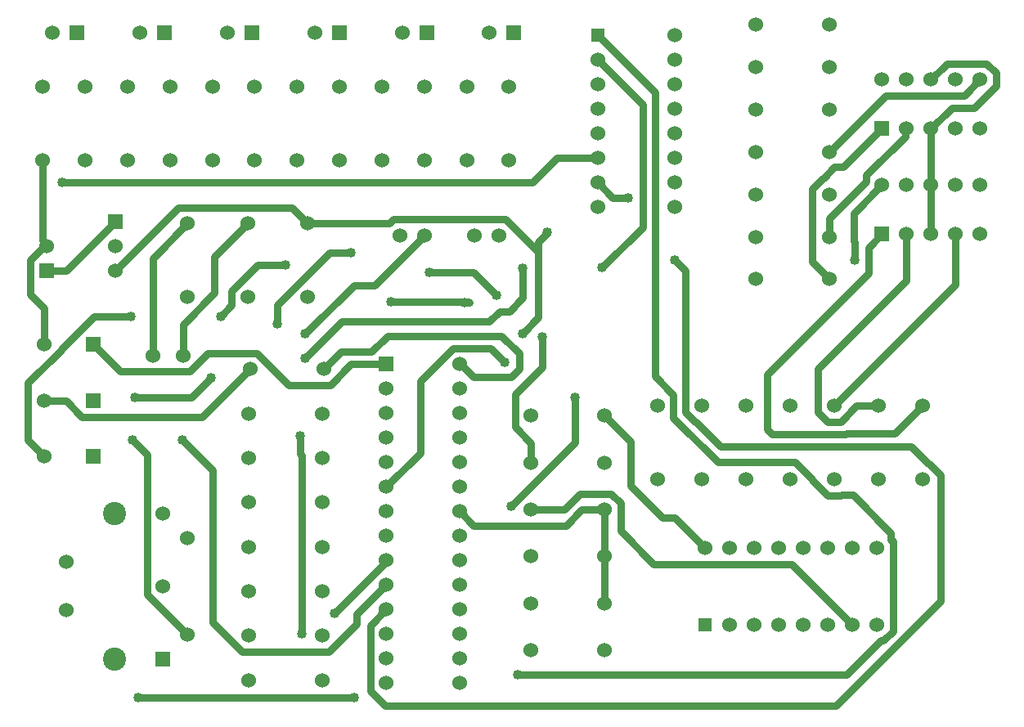
<source format=gtl>
G04*
G04 #@! TF.GenerationSoftware,Altium Limited,Altium Designer,22.1.2 (22)*
G04*
G04 Layer_Physical_Order=1*
G04 Layer_Color=255*
%FSLAX25Y25*%
%MOIN*%
G70*
G04*
G04 #@! TF.SameCoordinates,8F418984-8156-4F93-B3CA-C30CAEC08A5D*
G04*
G04*
G04 #@! TF.FilePolarity,Positive*
G04*
G01*
G75*
%ADD22C,0.03000*%
%ADD23R,0.06000X0.06000*%
%ADD24C,0.06000*%
%ADD25C,0.09449*%
%ADD26R,0.06000X0.06000*%
%ADD27R,0.05500X0.05500*%
%ADD28R,0.05500X0.05500*%
%ADD29C,0.04000*%
D22*
X341745Y192510D02*
X341995Y192760D01*
X306220Y116537D02*
Y138720D01*
X347645Y180145D01*
Y187845D01*
X341745Y185505D02*
Y192510D01*
X341500Y193255D02*
X341995Y192760D01*
X341500Y193255D02*
Y204500D01*
X239000Y182500D02*
X255457Y198957D01*
X237240Y267000D02*
X255457Y248783D01*
X249366Y210871D02*
X249557Y210679D01*
X243370Y210871D02*
X249366D01*
X255457Y198957D02*
Y248783D01*
X260457Y138043D02*
X268000Y130500D01*
X237240Y217000D02*
X243370Y210871D01*
X260457Y138043D02*
Y253783D01*
X237240Y277000D02*
X260457Y253783D01*
X373000Y259000D02*
X379500Y265500D01*
X395692D01*
X390692Y247500D02*
X399500Y256308D01*
Y261692D01*
X381500Y247500D02*
X390692D01*
X373000Y239000D02*
X381500Y247500D01*
X354417Y252500D02*
X386500D01*
X331500Y229583D02*
X354417Y252500D01*
X386500D02*
X393000Y259000D01*
X395692Y265500D02*
X399500Y261692D01*
X373000Y216000D02*
Y239000D01*
Y196000D02*
Y216000D01*
X347488Y188003D02*
X347645Y187845D01*
X347488Y190488D02*
X353000Y196000D01*
X347488Y188003D02*
Y190488D01*
X324500Y184667D02*
X331500Y177667D01*
X329153Y218778D02*
X333702Y223327D01*
X328808Y218778D02*
X329153D01*
X324500Y184667D02*
Y214470D01*
X328808Y218778D01*
X346547Y217547D02*
Y220047D01*
X331500Y202500D02*
X346547Y217547D01*
X331500Y194972D02*
Y202500D01*
X362426Y235926D02*
Y238426D01*
X363000Y239000D01*
X346547Y220047D02*
X362426Y235926D01*
X316370Y61500D02*
X341000Y36870D01*
X246500Y75000D02*
X260000Y61500D01*
X316370D01*
X268000Y121237D02*
X286237Y103000D01*
X317692D01*
X324500Y96192D01*
X330808Y89500D02*
X336192D01*
X324500Y95808D02*
Y96192D01*
Y95808D02*
X330808Y89500D01*
X357500Y34178D02*
Y70822D01*
X356724Y71598D02*
Y74276D01*
X336437Y89744D02*
X341256D01*
X352595Y30370D02*
X353692D01*
X356724Y71598D02*
X357500Y70822D01*
X353692Y30370D02*
X357500Y34178D01*
X341256Y89744D02*
X356724Y74276D01*
X150500Y3700D02*
X334093D01*
X336192Y89500D02*
X336437Y89744D01*
X338725Y16500D02*
X352595Y30370D01*
X377000Y46607D02*
Y97692D01*
X334093Y3700D02*
X377000Y46607D01*
X371847Y102500D02*
X372192D01*
X364847Y109500D02*
X371847Y102500D01*
X372192D02*
X377000Y97692D01*
X338263Y114500D02*
X338543Y114780D01*
X342692Y126000D02*
X351500D01*
X277153Y119500D02*
X287153Y109500D01*
X364847D01*
X308257Y114500D02*
X338263D01*
X338543Y114780D02*
X358280D01*
X330808Y119500D02*
X336192D01*
X342692Y126000D01*
X358280Y114780D02*
X369500Y126000D01*
X306220Y116537D02*
X308257Y114500D01*
X327000Y123308D02*
X330808Y119500D01*
X327000Y123308D02*
Y141189D01*
X363000Y177189D01*
X273000Y123308D02*
Y181000D01*
X268500Y185500D02*
X273000Y181000D01*
Y123308D02*
X276808Y119500D01*
X277153D01*
X268000Y121237D02*
Y130500D01*
X228000Y111000D02*
Y129500D01*
X216720Y196613D02*
Y196749D01*
X213000Y192894D02*
X216720Y196613D01*
X202000Y85000D02*
X228000Y111000D01*
X213000Y188692D02*
Y192894D01*
X220500Y227000D02*
X237240D01*
X210500Y217000D02*
X220500Y227000D01*
X363000Y177189D02*
Y196000D01*
X333500Y126000D02*
X383000Y175500D01*
Y196000D01*
X341500Y204500D02*
X353000Y216000D01*
X337327Y223327D02*
X353000Y239000D01*
X333702Y223327D02*
X337327D01*
X250500Y93500D02*
Y111500D01*
X240000Y122000D02*
X250500Y111500D01*
Y93500D02*
X263546Y80454D01*
X268676D02*
X281000Y68130D01*
X263546Y80454D02*
X268676D01*
X230002Y90300D02*
X242692D01*
X246500Y75000D02*
Y86492D01*
X223502Y83800D02*
X230002Y90300D01*
X242692D02*
X246500Y86492D01*
X203500Y130908D02*
X214500Y141908D01*
Y154000D01*
X50000Y7000D02*
X138000D01*
X144500Y9700D02*
Y36500D01*
Y9700D02*
X150500Y3700D01*
X115891Y106353D02*
X116500Y105744D01*
X115891Y106353D02*
Y113744D01*
X116500Y33000D02*
Y105744D01*
X193500Y149500D02*
X199250Y143750D01*
X205150Y141160D02*
Y147350D01*
X151550Y154500D02*
X198000D01*
X205150Y147350D01*
X206500Y155500D02*
X213000Y162000D01*
X206500Y182000D02*
X206672Y182172D01*
X206500Y170000D02*
Y182000D01*
X197080Y164580D02*
X201080D01*
X206500Y170000D01*
X19000Y217000D02*
X210500D01*
X186500Y180500D02*
X196000Y171000D01*
X204500Y16500D02*
X338725D01*
X193000Y160500D02*
X197080Y164580D01*
X199692Y202000D02*
X213000Y188692D01*
Y162000D02*
Y188692D01*
X186457Y137850D02*
X201840D01*
X205150Y141160D01*
X178308Y149500D02*
X193500D01*
X133000Y160500D02*
X193000D01*
X118000Y145500D02*
X133000Y160500D01*
X146260Y175260D02*
X166500Y195500D01*
X118000Y155500D02*
X137760Y175260D01*
X146260D01*
X125500Y141000D02*
X132500Y148000D01*
X145050D01*
X98192Y147500D02*
X111192Y134500D01*
X128192D02*
X136692Y143000D01*
X111192Y134500D02*
X128192D01*
X78295Y147500D02*
X98192D01*
X153000Y168500D02*
X184500D01*
X183000Y168000D02*
X185000D01*
X184500Y168500D02*
X185000Y168000D01*
X98451Y183500D02*
X110000D01*
X87838Y166974D02*
Y172887D01*
X98451Y183500D01*
X83500Y162500D02*
Y162635D01*
X87838Y166974D01*
X68102Y159266D02*
X81014Y172178D01*
Y186871D01*
X94500Y200356D01*
X32050Y162500D02*
X47000D01*
X18525Y148975D02*
X32050Y162500D01*
X18525Y148833D02*
Y148975D01*
X5000Y112000D02*
Y135308D01*
Y112000D02*
X11500Y105500D01*
X5000Y135308D02*
X18525Y148833D01*
X203500Y117452D02*
Y130908D01*
X210000Y102900D02*
Y110952D01*
X203500Y117452D02*
X210000Y110952D01*
X168500Y180500D02*
X186500D01*
X127951Y188500D02*
X136500D01*
X106500Y159500D02*
Y167049D01*
X127951Y188500D01*
X48500Y129500D02*
X71500D01*
X79500Y137500D01*
X47500Y112000D02*
X53500Y106000D01*
Y49158D02*
Y106000D01*
Y49158D02*
X69842Y32815D01*
X68000Y112000D02*
X80202Y99798D01*
X27050Y121500D02*
X76000D01*
X20550Y128000D02*
X27050Y121500D01*
X76000D02*
X95500Y141000D01*
X80202Y37933D02*
Y99798D01*
X144500Y36500D02*
X151000Y43000D01*
X92308Y25826D02*
X127692D01*
X139058Y37192D01*
Y41058D01*
X151000Y53000D01*
X80202Y37933D02*
X92308Y25826D01*
X130000Y41500D02*
Y41635D01*
X151000Y62635D02*
Y63000D01*
X130000Y41635D02*
X151000Y62635D01*
X153808Y202000D02*
X199692D01*
X152164Y200356D02*
X153808Y202000D01*
X119000Y200356D02*
X152164D01*
X70795Y140000D02*
X78295Y147500D01*
X42500Y140000D02*
X70795D01*
X31500Y151000D02*
X42500Y140000D01*
X145050Y148000D02*
X151550Y154500D01*
X136692Y143000D02*
X151000D01*
X11500Y128000D02*
X20550D01*
X66356Y206856D02*
X112500D01*
X119000Y200356D01*
X40500Y181000D02*
X66356Y206856D01*
X68102Y146500D02*
Y159266D01*
X55898Y186254D02*
X70000Y200356D01*
X55898Y146500D02*
Y186254D01*
X181000Y143000D02*
X181307D01*
X186457Y137850D01*
X6000Y171381D02*
X11500Y165881D01*
X6000Y171381D02*
Y185450D01*
X11926Y190426D02*
X12500Y191000D01*
X11500Y151000D02*
Y165881D01*
X6000Y185450D02*
X10976Y190426D01*
X11926D01*
X11000Y193312D02*
X12500Y191812D01*
Y191000D02*
Y191812D01*
X11000Y193312D02*
Y226000D01*
X20421Y181000D02*
X40500Y201079D01*
X12500Y181000D02*
X20421D01*
X164942Y136134D02*
X178308Y149500D01*
X181000Y83000D02*
X186700Y77300D01*
X224073D01*
X151000Y93000D02*
X164942Y106942D01*
Y136134D01*
X240000Y45600D02*
Y64700D01*
Y83800D01*
X224073Y77300D02*
X230573Y83800D01*
X240000D01*
X210000D02*
X223502D01*
D23*
X353000Y196000D02*
D03*
X60000Y22972D02*
D03*
X353000Y239000D02*
D03*
X40500Y201079D02*
D03*
X12500Y181000D02*
D03*
D24*
X363000Y196000D02*
D03*
X373000D02*
D03*
X383000D02*
D03*
X393000D02*
D03*
X353000Y216000D02*
D03*
X363000D02*
D03*
X373000D02*
D03*
X383000D02*
D03*
X393000D02*
D03*
X60000Y82028D02*
D03*
X69842Y32815D02*
D03*
Y72185D02*
D03*
X60000Y52500D02*
D03*
X20630Y42658D02*
D03*
Y62343D02*
D03*
X151000Y133000D02*
D03*
Y123000D02*
D03*
Y113000D02*
D03*
Y103000D02*
D03*
Y93000D02*
D03*
Y83000D02*
D03*
Y73000D02*
D03*
Y63000D02*
D03*
Y53000D02*
D03*
Y43000D02*
D03*
Y33000D02*
D03*
Y23000D02*
D03*
Y13000D02*
D03*
X181000Y143000D02*
D03*
Y133000D02*
D03*
Y123000D02*
D03*
Y113000D02*
D03*
Y103000D02*
D03*
Y93000D02*
D03*
Y83000D02*
D03*
Y73000D02*
D03*
Y63000D02*
D03*
Y53000D02*
D03*
Y43000D02*
D03*
Y33000D02*
D03*
Y23000D02*
D03*
Y13000D02*
D03*
X281000Y68130D02*
D03*
X291000D02*
D03*
X301000D02*
D03*
X311000D02*
D03*
X321000D02*
D03*
X331000D02*
D03*
X341000D02*
D03*
X351000D02*
D03*
Y36870D02*
D03*
X341000D02*
D03*
X331000D02*
D03*
X321000D02*
D03*
X311000D02*
D03*
X301000D02*
D03*
X291000D02*
D03*
X237240Y267000D02*
D03*
Y257000D02*
D03*
Y247000D02*
D03*
Y237000D02*
D03*
Y227000D02*
D03*
Y217000D02*
D03*
Y207000D02*
D03*
X268500D02*
D03*
Y217000D02*
D03*
Y227000D02*
D03*
Y237000D02*
D03*
Y247000D02*
D03*
Y257000D02*
D03*
Y267000D02*
D03*
Y277000D02*
D03*
X393000Y259000D02*
D03*
X383000D02*
D03*
X373000D02*
D03*
X363000D02*
D03*
X353000D02*
D03*
X393000Y239000D02*
D03*
X383000D02*
D03*
X373000D02*
D03*
X363000D02*
D03*
X331500Y246889D02*
D03*
X301500D02*
D03*
X331500Y229583D02*
D03*
X301500D02*
D03*
X331500Y212278D02*
D03*
X301500D02*
D03*
X331500Y194972D02*
D03*
X301500D02*
D03*
X331500Y177667D02*
D03*
X301500D02*
D03*
X331500Y281500D02*
D03*
X301500D02*
D03*
X331500Y264194D02*
D03*
X301500D02*
D03*
X297500Y126000D02*
D03*
Y96000D02*
D03*
X315500Y126000D02*
D03*
Y96000D02*
D03*
X333500Y126000D02*
D03*
Y96000D02*
D03*
X351500Y126000D02*
D03*
Y96000D02*
D03*
X369500Y126000D02*
D03*
Y96000D02*
D03*
X261500Y126000D02*
D03*
Y96000D02*
D03*
X279500Y126000D02*
D03*
Y96000D02*
D03*
X15000Y278000D02*
D03*
X50600D02*
D03*
X86200D02*
D03*
X121800D02*
D03*
X157400D02*
D03*
X193000D02*
D03*
X95000Y14214D02*
D03*
X125000D02*
D03*
X197000Y195500D02*
D03*
X187000D02*
D03*
X166500D02*
D03*
X156500D02*
D03*
X240000Y45600D02*
D03*
X210000D02*
D03*
X240000Y64700D02*
D03*
X210000D02*
D03*
X240000Y83800D02*
D03*
X210000D02*
D03*
X95000Y32326D02*
D03*
X125000D02*
D03*
X95000Y50439D02*
D03*
X125000D02*
D03*
X95000Y68551D02*
D03*
X125000D02*
D03*
X240000Y26500D02*
D03*
X210000D02*
D03*
X11500Y151000D02*
D03*
Y105500D02*
D03*
Y128000D02*
D03*
X40500Y181000D02*
D03*
Y191039D02*
D03*
X183727Y256000D02*
D03*
Y226000D02*
D03*
X149182Y256000D02*
D03*
Y226000D02*
D03*
X114636Y256000D02*
D03*
Y226000D02*
D03*
X80091Y256000D02*
D03*
Y226000D02*
D03*
X45545Y256000D02*
D03*
Y226000D02*
D03*
X11000Y256000D02*
D03*
Y226000D02*
D03*
X240000Y122000D02*
D03*
X210000D02*
D03*
X28273Y256000D02*
D03*
Y226000D02*
D03*
X62818Y256000D02*
D03*
Y226000D02*
D03*
X97364Y256000D02*
D03*
Y226000D02*
D03*
X131909Y256000D02*
D03*
Y226000D02*
D03*
X119000Y200356D02*
D03*
Y170356D02*
D03*
X166455Y256000D02*
D03*
Y226000D02*
D03*
X201000Y256000D02*
D03*
Y226000D02*
D03*
X125000Y122888D02*
D03*
X95000D02*
D03*
X125000Y104776D02*
D03*
X95000D02*
D03*
X210000Y102900D02*
D03*
X240000D02*
D03*
X125000Y86663D02*
D03*
X95000D02*
D03*
X12500Y191000D02*
D03*
X55898Y146500D02*
D03*
X68102D02*
D03*
X94500Y170356D02*
D03*
Y200356D02*
D03*
X70000D02*
D03*
Y170356D02*
D03*
X95500Y141000D02*
D03*
X125500D02*
D03*
D25*
X40315Y82028D02*
D03*
Y22972D02*
D03*
D26*
X151000Y143000D02*
D03*
X60600Y278000D02*
D03*
X96200D02*
D03*
X131800D02*
D03*
X167400D02*
D03*
X203000D02*
D03*
X25000D02*
D03*
X31500Y151000D02*
D03*
Y105500D02*
D03*
Y128000D02*
D03*
D27*
X281000Y36870D02*
D03*
D28*
X237240Y277000D02*
D03*
D29*
X341745Y185505D02*
D03*
X249557Y210679D02*
D03*
X268500Y185500D02*
D03*
X239000Y182500D02*
D03*
X228000Y129500D02*
D03*
X216720Y196749D02*
D03*
X214500Y154000D02*
D03*
X138000Y7000D02*
D03*
X115891Y113744D02*
D03*
X199250Y143750D02*
D03*
X206500Y155500D02*
D03*
X206672Y182172D02*
D03*
X50000Y7000D02*
D03*
X19000Y217000D02*
D03*
X196000Y171000D02*
D03*
X118000Y145500D02*
D03*
X116500Y33000D02*
D03*
X202000Y85000D02*
D03*
X183000Y168000D02*
D03*
X153000Y168500D02*
D03*
X110000Y183500D02*
D03*
X83500Y162500D02*
D03*
X47000D02*
D03*
X168500Y180500D02*
D03*
X136500Y188500D02*
D03*
X106500Y159500D02*
D03*
X79500Y137500D02*
D03*
X48500Y129500D02*
D03*
X47500Y112000D02*
D03*
X68000D02*
D03*
X130000Y41500D02*
D03*
X118000Y155500D02*
D03*
X204500Y16500D02*
D03*
M02*

</source>
